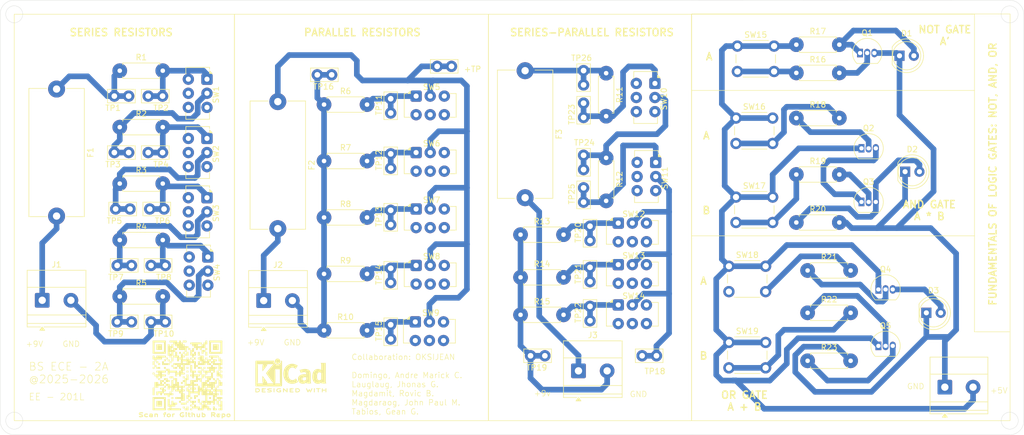
<source format=kicad_pcb>
(kicad_pcb (version 20241229) (generator "pcbnew") (generator_version "9.0")
  (title_block (title "OKSIJEAN Collaboration PCB"))
  (layers (0 "F.Cu" signal) (2 "B.Cu" signal) (13 "F.Paste" user) (15 "B.Paste" user) (5 "F.SilkS" user "F.Silkscreen") (7 "B.SilkS" user "B.Silkscreen") (1 "F.Mask" user) (3 "B.Mask" user) (25 "Edge.Cuts" user))
  (net 0 "")
  (net 1 "Net-(SW1-A)")
  (net 2 "Net-(F1-Pad1)")
  (net 3 "Net-(SW1-B)")
  (net 4 "Net-(SW2-A)")
  (net 5 "Net-(SW2-B)")
  (net 6 "Net-(SW3-A)")
  (net 7 "Net-(SW3-B)")
  (net 8 "Net-(SW4-A)")
  (net 9 "Net-(J1-Pin_2)")
  (net 10 "Net-(SW4-B)")
  (net 11 "Net-(SW5-A)")
  (net 12 "Net-(J2-Pin_2)")
  (net 13 "Net-(SW6-A)")
  (net 14 "Net-(SW7-A)")
  (net 15 "Net-(SW8-A)")
  (net 16 "Net-(SW9-A)")
  (net 17 "Net-(F3-Pad1)")
  (net 18 "Net-(SW10-A)")
  (net 19 "Net-(SW10-B)")
  (net 20 "Net-(SW11-A)")
  (net 21 "Net-(J3-Pin_2)")
  (net 22 "Net-(SW12-A)")
  (net 23 "Net-(SW13-A)")
  (net 24 "Net-(SW14-A)")
  (net 25 "Net-(SW5-B)")
  (net 26 "Net-(SW11-B)")
  (net 27 "Net-(J1-Pin_1)")
  (net 28 "Net-(J2-Pin_1)")
  (net 29 "Net-(J3-Pin_1)")
  (net 30 "Net-(GND1-Pin_2)")
  (net 31 "Net-(Q2-B)")
  (net 32 "Net-(Q2-E)")
  (net 33 "Net-(Q3-B)")
  (net 34 "Net-(Q4-B)")
  (net 35 "Net-(Q1-B)")
  (net 36 "Net-(D1-K)")
  (net 37 "Net-(D2-A)")
  (net 38 "Net-(D3-A)")
  (net 39 "Net-(D1-A)")
  (net 40 "Net-(Q5-B)")
  (net 41 "Net-(R16-Pad1)")
  (net 42 "Net-(R18-Pad2)")
  (net 43 "Net-(R19-Pad1)")
  (net 44 "Net-(R21-Pad2)")
  (net 45 "Net-(R22-Pad2)")
  (footprint "EE_Lab_Footprints:R_Axial_DIN0207_L6.3mm_D2.5mm_P7.62mm_Horizontal_2.00_Diameter" (layer "F.Cu") (at 194.2975 101.39)
    (property "Reference" "R21")
    (property "Value" "10k")
  )
  (footprint "TestPoint:TestPoint_Bridge_Pitch2.54mm_Drill1.0mm" (layer "F.Cu") (at 120.44 70.96 -90)
    (property "Reference" "TP11")
    (property "Value" "TestPoint")
  )
  (footprint "Custom_Resistors:R_Axial_DIN0207_L6.3mm_D2.5mm_P7.62mm_Horizontal_2.00_Diameter" (layer "F.Cu") (at 108.63 112)
    (property "Reference" "R10")
    (property "Value" "4K7")
  )
  (footprint "TerminalBlock_Phoenix:TerminalBlock_Phoenix_MKDS-1,5-2-5.08_1x02_P5.08mm_Horizontal" (layer "F.Cu") (at 97.94 106.73)
    (property "Reference" "J2")
    (property "Value" "Screw_Terminal_01x02")
  )
  (footprint "EE_Lab_Footprints:SW_CK_JS202011CQN_DPDT_Straight_Enhance" (layer "F.Cu") (at 124.94 100.5)
    (property "Reference" "SW8")
    (property "Value" "SW_SPST")
  )
  (footprint "Custom_Resistors:R_Axial_DIN0207_L6.3mm_D2.5mm_P7.62mm_Horizontal_2.00_Diameter" (layer "F.Cu") (at 143.44 95.05)
    (property "Reference" "R13")
    (property "Value" "2.2K")
  )
  (footprint "TestPoint:TestPoint_Bridge_Pitch2.54mm_Drill1.0mm" (layer "F.Cu") (at 154.6075 86.75 -90)
    (property "Reference" "TP25")
    (property "Value" "TestPoint")
  )
  (footprint "TestPoint:TestPoint_Bridge_Pitch2.54mm_Drill1.0mm" (layer "F.Cu") (at 77.98 100.5)
    (property "Reference" "TP8")
    (property "Value" "TestPoint")
  )
  (footprint "TestPoint:TestPoint_Bridge_Pitch2.54mm_Drill1.0mm" (layer "F.Cu") (at 71.98 110.5)
    (property "Reference" "TP9")
    (property "Value" "TestPoint")
  )
  (footprint "LED_THT:LED_D5.0mm" (layer "F.Cu") (at 210.5775 63.35)
    (property "Reference" "D1")
    (property "Value" "LED")
  )
  (footprint "TestPoint:TestPoint_Bridge_Pitch2.54mm_Drill1.0mm" (layer "F.Cu") (at 77.75 90.5)
    (property "Reference" "TP6")
    (property "Value" "TestPoint")
  )
  (footprint "EE_Lab_Footprints:SW_CK_JS202011CQN_DPDT_Straight_Enhance" (layer "F.Cu") (at 124.94 70.5)
    (property "Reference" "SW5")
    (property "Value" "SW_SPST")
  )
  (footprint "LED_THT:LED_D5.0mm" (layer "F.Cu") (at 211.5675 83.89)
    (property "Reference" "D2")
    (property "Value" "LED")
  )
  (footprint "Custom_Resistors:R_Axial_DIN0207_L6.3mm_D2.5mm_P7.62mm_Horizontal_2.00_Diameter" (layer "F.Cu") (at 72.44 106)
    (property "Reference" "R5")
    (property "Value" "4K7")
  )
  (footprint "EE_Lab_Footprints:SW_CK_JS202011CQN_DPDT_Straight_Enhance" (layer "F.Cu") (at 124.94 90.5)
    (property "Reference" "SW7")
    (property "Value" "SW_SPST")
  )
  (footprint "TestPoint:TestPoint_Bridge_Pitch2.54mm_Drill1.0mm" (layer "F.Cu") (at 77.48 70.5)
    (property "Reference" "TP2")
    (property "Value" "TestPoint")
  )
  (footprint "TestPoint:TestPoint_Bridge_Pitch2.54mm_Drill1.0mm" (layer "F.Cu") (at 154.6075 80.98 -90)
    (property "Reference" "TP24")
    (property "Value" "TestPoint")
  )
  (footprint "EE_Lab_Footprints:SW_CK_JS202011CQN_DPDT_Straight_Enhance" (layer "F.Cu") (at 160.75 100.3575)
    (property "Reference" "SW13")
    (property "Value" "SW_SPST")
  )
  (footprint "EE_Lab_Footprints:R_Axial_DIN0207_L6.3mm_D2.5mm_P7.62mm_Horizontal_2.00_Diameter" (layer "F.Cu") (at 192.2975 66.39)
    (property "Reference" "R16")
    (property "Value" "10k")
  )
  (footprint "Fuse:Fuseholder_Cylinder-5x20mm_Schurter_0031_8201_Horizontal_Open" (layer "F.Cu") (at 100.44 71.48 -90)
    (property "Reference" "F2")
    (property "Value" "Fuse")
  )
  (footprint "Button_Switch_THT:SW_PUSH_6mm_H8mm" (layer "F.Cu") (at 181.6075 74.39)
    (property "Reference" "SW16")
    (property "Value" "SW_Push")
  )
  (footprint "EE_Lab_Footprints:R_Axial_DIN0207_L6.3mm_D2.5mm_P7.62mm_Horizontal_2.00_Diameter" (layer "F.Cu") (at 194.2975 108.89)
    (property "Reference" "R22")
    (property "Value" "10k")
  )
  (footprint "EE_Lab_Footprints:SW_CK_JS202011CQN_DPDT_Straight_Enhance" (layer "F.Cu") (at 167.25 68.25 -90)
    (property "Reference" "SW10")
    (property "Value" "SW_SPST")
  )
  (footprint "TestPoint:TestPoint_Bridge_Pitch2.54mm_Drill1.0mm" (layer "F.Cu") (at 128.67 65.23)
    (property "Reference" "TP17" (hide yes))
    (property "Value" "TestPoint")
  )
  (footprint "TestPoint:TestPoint_Bridge_Pitch2.54mm_Drill1.0mm" (layer "F.Cu") (at 120.44 101 -90)
    (property "Reference" "TP14")
    (property "Value" "TestPoint")
  )
  (footprint "Custom_Resistors:R_Axial_DIN0207_L6.3mm_D2.5mm_P7.62mm_Horizontal_2.00_Diameter" (layer "F.Cu") (at 108.63 72)
    (property "Reference" "R6")
    (property "Value" "1K")
  )
  (footprint "TestPoint:TestPoint_Bridge_Pitch2.54mm_Drill1.0mm" (layer "F.Cu") (at 120.44 80.73 -90)
    (property "Reference" "TP12")
    (property "Value" "TestPoint")
  )
  (footprint "Button_Switch_THT:SW_PUSH_6mm_H8mm" (layer "F.Cu") (at 181.6075 88.39)
    (property "Reference" "SW17")
    (property "Value" "SW_Push")
  )
  (footprint "TestPoint:TestPoint_Bridge_Pitch2.54mm_Drill1.0mm" (layer "F.Cu") (at 107.44 66.73)
    (property "Reference" "TP16")
    (property "Value" "TestPoint")
  )
  (footprint "TestPoint:TestPoint_Bridge_Pitch2.54mm_Drill1.0mm" (layer "F.Cu") (at 164.98 116.5)
    (property "Reference" "TP18")
    (property "Value" "TestPoint")
  )
  (footprint "TerminalBlock_Phoenix:TerminalBlock_Phoenix_MKDS-1,5-2-5.08_1x02_P5.08mm_Horizontal" (layer "F.Cu") (at 153.705 119.1725)
    (property "Reference" "J3")
    (property "Value" "Screw_Terminal_01x02")
  )
  (footprint "TestPoint:TestPoint_Bridge_Pitch2.54mm_Drill1.0mm" (layer "F.Cu") (at 77.48 80.5)
    (property "Reference" "TP4")
    (property "Value" "TestPoint")
  )
  (footprint "EE_Lab_Footprints:SW_CK_JS202011CQN_DPDT_Straight_Enhance" (layer "F.Cu") (at 167.3925 82.25 -90)
    (property "Reference" "SW11")
    (property "Value" "SW_SPST")
  )
  (footprint "EE_Lab_Footprints:R_Axial_DIN0207_L6.3mm_D2.5mm_P7.62mm_Horizontal_2.00_Diameter" (layer "F.Cu") (at 192.2975 84.39)
    (property "Reference" "R19")
    (property "Value" "10k")
  )
  (footprint "EE_Lab_Footprints:R_Axial_DIN0207_L6.3mm_D2.5mm_P7.62mm_Horizontal_2.00_Diameter" (layer "F.Cu") (at 192.2975 92.89)
    (property "Reference" "R20")
    (property "Value" "5k")
  )
  (footprint "Custom_Resistors:R_Axial_DIN0207_L6.3mm_D2.5mm_P7.62mm_Horizontal_2.00_Diameter" (layer "F.Cu") (at 143.44 109.25)
    (property "Reference" "R15")
    (property "Value" "4K7")
  )
  (footprint "EE_Lab_Footprints:SW_CK_JS202011CQN_DPDT_Straight_Enhance" (layer "F.Cu") (at 87.8925 78 -90)
    (property "Reference" "SW2")
    (property "Value" "SW_SPST")
  )
  (footprint "QR:qr_v2" (layer "F.Cu") (at 84.44 119.98)
    (property "Reference" "Scan for Github Repo")
    (property "Value" "LOGO" (hide yes))
  )
  (footprint "TestPoint:TestPoint_Bridge_Pitch2.54mm_Drill1.0mm" (layer "F.Cu") (at 154.6075 65.98 -90)
    (property "Reference" "TP26")
    (property "Value" "TestPoint")
  )
  (footprint "Custom_Resistors:R_Axial_DIN0207_L6.3mm_D2.5mm_P7.62mm_Horizontal_2.00_Diameter" (layer "F.Cu") (at 108.63 82)
    (property "Reference" "R7")
    (property "Value" "2K")
  )
  (footprint "TestPoint:TestPoint_Bridge_Pitch2.54mm_Drill1.0mm" (layer "F.Cu") (at 145.21 116.5)
    (property "Reference" "TP19")
    (property "Value" "TestPoint")
  )
  (footprint "Custom_Resistors:R_Axial_DIN0207_L6.3mm_D2.5mm_P7.62mm_Horizontal_2.00_Diameter" (layer "F.Cu") (at 72.44 86)
    (property "Reference" "R3")
    (property "Value" "2.2K")
  )
  (footprint "EE_Lab_Footprints:SW_CK_JS202011CQN_DPDT_Straight_Enhance" (layer "F.Cu") (at 160.75 107.5)
    (property "Reference" "SW14")
    (property "Value" "SW_SPST")
  )
  (footprint "TestPoint:TestPoint_Bridge_Pitch2.54mm_Drill1.0mm" (layer "F.Cu") (at 120.44 90.73 -90)
    (property "Reference" "TP13")
    (property "Value" "TestPoint")
  )
  (footprint "TerminalBlock_Phoenix:TerminalBlock_Phoenix_MKDS-1,5-2-5.08_1x02_P5.08mm_Horizontal" (layer "F.Cu") (at 58.705 106.6725)
    (property "Reference" "J1")
    (property "Value" "Screw_Terminal_01x02")
  )
  (footprint "TestPoint:TestPoint_Bridge_Pitch2.54mm_Drill1.0mm" (layer "F.Cu") (at 155.75 100.8375 -90)
    (property "Reference" "TP21")
    (property "Value" "TestPoint")
  )
  (footprint "TestPoint:TestPoint_Bridge_Pitch2.54mm_Drill1.0mm" (layer "F.Cu") (at 154.6075 71.75 -90)
    (property "Reference" "TP23")
    (property "Value" "TestPoint")
  )
  (footprint "TestPoint:TestPoint_Bridge_Pitch2.54mm_Drill1.0mm" (layer "F.Cu") (at 155.75 93.55 -90)
    (property "Reference" "TP20")
    (property "Value" "TestPoint")
  )
  (footprint "Button_Switch_THT:SW_PUSH_6mm_H8mm" (layer "F.Cu") (at 181.8575 61.64)
    (property "Reference" "SW15")
    (property "Value" "SW_Push")
  )
  (footprint "Symbol:KiCad-Logo2_5mm_SilkScreen" (layer "F.Cu") (at 102.75 119.98)
    (property "Reference" "REF**" (hide yes))
    (property "Value" "KiCad-Logo2_5mm_SilkScreen" (hide yes))
  )
  (footprint "TestPoint:TestPoint_Bridge_Pitch2.54mm_Drill1.0mm" (layer "F.Cu") (at 155.75 107.75 -90)
    (property "Reference" "TP22")
    (property "Value" "TestPoint")
  )
  (footprint "Package_TO_SOT_THT:TO-92_Inline" (layer "F.Cu") (at 203.8375 79.75)
    (property "Reference" "Q2")
    (property "Value" "BC547")
  )
  (footprint "TestPoint:TestPoint_Bridge_Pitch2.54mm_Drill1.0mm" (layer "F.Cu") (at 71.48 80.5)
    (property "Reference" "TP3")
    (property "Value" "TestPoint")
  )
  (footprint "Fuse:Fuseholder_Cylinder-5x20mm_Schurter_0031_8201_Horizontal_Open" (layer "F.Cu") (at 61.25 69.25 -90)
    (property "Reference" "F1")
    (property "Value" "Fuse")
  )
  (footprint "Custom_Resistors:R_Axial_DIN0207_L6.3mm_D2.5mm_P7.62mm_Horizontal_2.00_Diameter" (layer "F.Cu") (at 158.6075 66.44 -90)
    (property "Reference" "R11")
    (property "Value" "1K")
  )
  (footprint "TestPoint:TestPoint_Bridge_Pitch2.54mm_Drill1.0mm" (layer "F.Cu") (at 71.48 70.5)
    (property "Reference" "TP1")
    (property "Value" "TestPoint")
  )
  (footprint "EE_Lab_Footprints:SW_CK_JS202011CQN_DPDT_Straight_Enhance" (layer "F.Cu") (at 124.94 80.5)
    (property "Reference" "SW6")
    (property "Value" "SW_SPST")
  )
  (footprint "EE_Lab_Footprints:SW_CK_JS202011CQN_DPDT_Straight_Enhance" (layer "F.Cu") (at 87.8925 67.5 -90)
    (property "Reference" "SW1")
    (property "Value" "SW_SPST")
  )
  (footprint "Custom_Resistors:R_Axial_DIN0207_L6.3mm_D2.5mm_P7.62mm_Horizontal_2.00_Diameter" (layer "F.Cu") (at 72.44 76)
    (property "Reference" "R2")
    (property "Value" "2K")
  )
  (footprint "Package_TO_SOT_THT:TO-92_Inline" (layer "F.Cu") (at 206.8375 114.75)
    (property "Reference" "Q5")
    (property "Value" "BC547")
  )
  (footprint "Fuse:Fuseholder_Cylinder-5x20mm_Schurter_0031_8201_Horizontal_Open" (layer "F.Cu") (at 144.25 66 -90)
    (property "Reference" "F3")
    (property "Value" "Fuse")
  )
  (footprint "LED_THT:LED_D5.0mm" (layer "F.Cu") (at 215.3325 108.89)
    (property "Reference" "D3")
    (property "Value" "LED")
  )
  (footprint "Button_Switch_THT:SW_PUSH_6mm_H8mm" (layer "F.Cu") (at 180.3575 100.64)
    (property "Reference" "SW18")
    (property "Value" "SW_Push")
  )
  (footprint "Package_TO_SOT_THT:TO-92_Inline" (layer "F.Cu") (at 203.8375 89.25)
    (property "Reference" "Q3")
    (property "Value" "BC547")
  )
  (footprint "TestPoint:TestPoint_Bridge_Pitch2.54mm_Drill1.0mm" (layer "F.Cu") (at 71.71 90.5)
    (property "Reference" "TP5")
    (property "Value" "TestPoint")
  )
  (footprint "TerminalBlock_Phoenix:TerminalBlock_Phoenix_MKDS-1,5-2_1x02_P5.00mm_Horizontal" (layer "F.Cu") (at 218.6075 122.0625)
    (property "Reference" "GND1" (hide yes))
    (property "Value" "+5V")
  )
  (footprint "TestPoint:TestPoint_Bridge_Pitch2.54mm_Drill1.0mm" (layer "F.Cu") (at 120.44 111 -90)
    (property "Reference" "TP15")
    (property "Value" "TestPoint")
  )
  (footprint "EE_Lab_Footprints:R_Axial_DIN0207_L6.3mm_D2.5mm_P7.62mm_Horizontal_2.00_Diameter" (layer "F.Cu") (at 194.2975 117.39)
    (property "Reference" "R23")
    (property "Value" "5k")
  )
  (footprint "Package_TO_SOT_THT:TO-92_Inline" (layer "F.Cu") (at 206.8375 104.75)
    (property "Reference" "Q4")
    (property "Value" "BC547")
  )
  (footprint "Button_Switch_THT:SW_PUSH_6mm_H8mm" (layer "F.Cu") (at 180.3575 114.14)
    (property "Reference" "SW19")
    (property "Value" "SW_Push")
  )
  (footprint "EE_Lab_Footprints:SW_CK_JS202011CQN_DPDT_Straight_Enhance" (layer "F.Cu") (at 160.75 93)
    (property "Reference" "SW12")
    (property "Value" "SW_SPST")
  )
  (footprint "Custom_Resistors:R_Axial_DIN0207_L6.3mm_D2.5mm_P7.62mm_Horizontal_2.00_Diameter" (layer "F.Cu") (at 108.63 102)
    (property "Reference" "R9")
    (property "Value" "3.3K")
  )
  (footprint "Custom_Resistors:R_Axial_DIN0207_L6.3mm_D2.5mm_P7.62mm_Horizontal_2.00_Diameter" (layer "F.Cu") (at 108.63 92)
    (property "Reference" "R8")
    (property "Value" "2.2K")
  )
  (footprint "Custom_Resistors:R_Axial_DIN0207_L6.3mm_D2.5mm_P7.62mm_Horizontal_2.00_Diameter" (layer "F.Cu") (at 72.44 96)
    (property "Reference" "R4")
    (property "Value" "3.3K")
  )
  (footprint "EE_Lab_Footprints:SW_CK_JS202011CQN_DPDT_Straight_Enhance" (layer "F.Cu") (at 88.05 99 -90)
    (property "Reference" "SW4")
    (property "Value" "SW_SPST")
  )
  (footprint "Custom_Resistors:R_Axial_DIN0207_L6.3mm_D2.5mm_P7.62mm_Horizontal_2.00_Diameter" (layer "F.Cu") (at 143.44 102.6075)
    (property "Reference" "R14")
    (property "Value" "3.3K")
  )
  (footprint "Custom_Resistors:R_Axial_DIN0207_L6.3mm_D2.5mm_P7.62mm_Horizontal_2.00_Diameter" (layer "F.Cu") (at 158.6075 81.44 -90)
    (property "Reference" "R12")
    (property "Value" "2K")
  )
  (footprint "EE_Lab_Footprints:SW_CK_JS202011CQN_DPDT_Straight_Enhance" (layer "F.Cu") (at 87.8925 88.5 -90)
    (property "Reference" "SW3")
    (property "Value" "SW_SPST")
  )
  (footprint "TestPoint:TestPoint_Bridge_Pitch2.54mm_Drill1.0mm" (layer "F.Cu") (at 71.98 100.5)
    (property "Reference" "TP7")
    (property "Value" "TestPoint")
  )
  (footprint "Package_TO_SOT_THT:TO-92_Inline" (layer "F.Cu") (at 203.5875 62.87)
    (property "Reference" "Q1")
    (property "Value" "BC547")
  )
  (footprint "EE_Lab_Footprints:SW_CK_JS202011CQN_DPDT_Straight_Enhance" (layer "F.Cu") (at 124.7975 110.5)
    (property "Reference" "SW9")
    (property "Value" "SW_SPST")
  )
  (footprint "TestPoint:TestPoint_Bridge_Pitch2.54mm_Drill1.0mm" (layer "F.Cu") (at 77.98 110.5)
    (property "Reference" "TP10")
    (property "Value" "TestPoint")
  )
  (footprint "EE_Lab_Footprints:R_Axial_DIN0207_L6.3mm_D2.5mm_P7.62mm_Horizontal_2.00_Diameter" (layer "F.Cu") (at 192.2975 61.39)
    (property "Reference" "R17")
    (property "Value" "220")
  )
  (footprint "EE_Lab_Footprints:R_Axial_DIN0207_L6.3mm_D2.5mm_P7.62mm_Horizontal_2.00_Diameter" (layer "F.Cu") (at 192.2975 74.39)
    (property "Reference" "R18")
    (property "Value" "10k")
  )
  (footprint "EE_Lab_Footprints:R_Axial_DIN0207_L6.3mm_D2.5mm_P7.62mm_Horizontal_2.00_Diameter" (layer "F.Cu") (at 72.44 66)
    (property "Reference" "R1")
    (property "Value" "1K")
  )
  (gr_rect (start 53.75 56) (end 92.75 128) (stroke (width 0.1)) (fill no) (layer "F.SilkS"))
  (gr_line (start 223.8575 112.25) (end 230.1075 112.25) (stroke (width 0.1)) (layer "F.SilkS"))
  (gr_line (start 223.8575 69.5) (end 223.8575 95.25) (stroke (width 0.1)) (layer "F.SilkS"))
  (gr_rect (start 92.75 56) (end 137.75 128) (stroke (width 0.1)) (fill no) (layer "F.SilkS"))
  (gr_line (start 223.8575 95.25) (end 223.8575 112.25) (stroke (width 0.1)) (layer "F.SilkS"))
  (gr_rect (start 137.75 56) (end 173.75 128) (stroke (width 0.1)) (fill no) (layer "F.SilkS"))
  (gr_line (start 223.8575 95.25) (end 173.75 95.25) (stroke (width 0.1)) (layer "F.SilkS"))
  (gr_rect (start 173.75 55.95) (end 230.165 128) (stroke (width 0.1)) (fill no) (layer "F.SilkS"))
  (gr_rect (start 173.75 56) (end 223.8575 69.5) (stroke (width 0.1)) (fill no) (layer "F.SilkS"))
  (gr_circle (center 230.1075 128) (end 231.6075 128) (stroke (width 0.05)) (fill no) (layer "Edge.Cuts"))
  (gr_circle (center 53.75 128) (end 52.25 128) (stroke (width 0.05)) (fill no) (layer "Edge.Cuts"))
  (gr_line (start 232.589733 56.0178) (end 232.6075 128) (stroke (width 0.05)) (layer "Edge.Cuts"))
  (gr_line (start 173.75 53.5) (end 230.0897 53.517767) (stroke (width 0.05)) (layer "Edge.Cuts"))
  (gr_line (start 173.75 53.5) (end 53.75 53.5) (stroke (width 0.05)) (layer "Edge.Cuts"))
  (gr_arc (start 51.25 56) (mid 51.982233 54.232233) (end 53.75 53.5) (stroke (width 0.05)) (layer "Edge.Cuts"))
  (gr_arc (start 232.6075 128) (mid 231.875267 129.767767) (end 230.1075 130.5) (stroke (width 0.05)) (layer "Edge.Cuts"))
  (gr_line (start 51.25 56) (end 51.25 128) (stroke (width 0.05)) (layer "Edge.Cuts"))
  (gr_circle (center 230.089733 56.017767) (end 228.589733 56.017767) (stroke (width 0.05)) (fill no) (layer "Edge.Cuts"))
  (gr_arc (start 53.75 130.5) (mid 51.982233 129.767767) (end 51.25 128) (stroke (width 0.05)) (layer "Edge.Cuts"))
  (gr_circle (center 53.75 56) (end 52.25 56) (stroke (width 0.05)) (fill no) (layer "Edge.Cuts"))
  (gr_line (start 230.1075 130.5) (end 173.75 130.5) (stroke (width 0.05)) (layer "Edge.Cuts"))
  (gr_arc (start 230.089733 53.517767) (mid 231.8575 54.25) (end 232.589733 56.017767) (stroke (width 0.05)) (layer "Edge.Cuts"))
  (gr_line (start 53.75 130.5) (end 173.75 130.5) (stroke (width 0.05)) (layer "Edge.Cuts"))
  (gr_text "B" (at 175.8575 116.5 0) (layer "F.SilkS") (effects (font (size 1.3 1.3) (thickness 0.25) (bold yes))))
  (gr_text "SERIES RESISTORS" (at 63.44 59.98 0) (layer "F.SilkS") (effects (font (size 1.3 1.3) (thickness 0.25) (bold yes)) (justify left bottom)))
  (gr_text "GND" (at 162.75 123.8925 0) (layer "F.SilkS") (effects (font (size 1 1) (thickness 0.1)) (justify left bottom)))
  (gr_text "+TP" (at 134.94 65.73 0) (layer "F.SilkS") (effects (font (size 1 1))))
  (gr_text "PARALLEL RESISTORS" (at 104.94 59.98 0) (layer "F.SilkS") (effects (font (size 1.3 1.3) (thickness 0.25) (bold yes)) (justify left bottom)))
  (gr_text "GND" (at 101.44 114.73 0) (layer "F.SilkS") (effects (font (size 1 1) (thickness 0.1)) (justify left bottom)))
  (gr_text "GND" (at 62.25 115 0) (layer "F.SilkS") (effects (font (size 1 1) (thickness 0.1)) (justify left bottom)))
  (gr_text "OR GATE\nA + B" (at 183.1075 124.5 0) (layer "F.SilkS") (effects (font (size 1.3 1.3) (thickness 0.25) (bold yes))))
  (gr_text "+9V" (at 94.94 114.73 0) (layer "F.SilkS") (effects (font (size 1 1) (thickness 0.1)) (justify left bottom)))
  (gr_text "EE - 201L" (at 56.25 124.48 0) (layer "F.SilkS") (effects (font (size 1.2 1.2) (thickness 0.1)) (justify left bottom)))
  (gr_text "FUNDAMENTALS OF LOGIC GATES: NOT, AND, OR" (at 227.8575 107.75 90) (layer "F.SilkS") (effects (font (size 1.3 1.3) (thickness 0.25) (bold yes)) (justify left bottom)))
  (gr_text "+5V" (at 226.6075 123.25 0) (layer "F.SilkS") (effects (font (size 1 1) (thickness 0.1)) (justify left bottom)))
  (gr_text "SERIES-PARALLEL RESISTORS" (at 141.44 59.98 0) (layer "F.SilkS") (effects (font (size 1.3 1.3) (thickness 0.25) (bold yes)) (justify left bottom)))
  (gr_text "B" (at 176.3575 90.75 0) (layer "F.SilkS") (effects (font (size 1.3 1.3) (thickness 0.25) (bold yes))))
  (gr_text "A" (at 175.8575 103.25 0) (layer "F.SilkS") (effects (font (size 1.3 1.3) (thickness 0.25) (bold yes))))
  (gr_text "AND GATE\nA * B" (at 215.8575 90.75 0) (layer "F.SilkS") (effects (font (size 1.3 1.3) (thickness 0.25) (bold yes))))
  (gr_text "A" (at 176.3575 77.5 0) (layer "F.SilkS") (effects (font (size 1.3 1.3) (thickness 0.25) (bold yes))))
  (gr_text "+9v" (at 145.75 123.75 0) (layer "F.SilkS") (effects (font (size 1 1) (thickness 0.1)) (justify left bottom)))
  (gr_text "A" (at 176.8575 63.5 0) (layer "F.SilkS") (effects (font (size 1.3 1.3) (thickness 0.25) (bold yes))))
  (gr_text "NOT GATE\nA'" (at 218.6075 59.75 0) (layer "F.SilkS") (effects (font (size 1.3 1.3) (thickness 0.25) (bold yes))))
  (gr_text "+9V" (at 55.75 115 0) (layer "F.SilkS") (effects (font (size 1 1) (thickness 0.1)) (justify left bottom)))
  (gr_text "GND\n" (at 211.8575 122.5 0) (layer "F.SilkS") (effects (font (size 1 1) (thickness 0.1)) (justify left bottom)))
  (gr_text "Collaboration: OKSIJEAN\n\nDomingo, Andre Marick C.\nLauglaug, Jhonas G. \nMagdamit, Rovic B.\nMagdaraog, John Paul M.\nTabios, Gean G." (at 113.44 126.98 0) (layer "F.SilkS") (effects (font (size 1 1) (thickness 0.1)) (justify left bottom)))
  (gr_text "BS ECE - 2A \n@2025-2026" (at 56.25 121.48 0) (layer "F.SilkS") (effects (font (size 1.4 1.4) (thickness 0.1)) (justify left bottom)))
  (segment (start 87.25 66) (end 80.06 66) (width 1) (layer "B.Cu") (net 1))
  (segment (start 87.8925 66.6425) (end 87.25 66) (width 1) (layer "B.Cu") (net 1))
  (segment (start 80.06 70.46) (end 80.02 70.5) (width 1) (layer "B.Cu") (net 1))
  (segment (start 80.06 66) (end 80.06 70.46) (width 1) (layer "B.Cu") (net 1))
  (segment (start 87.8925 67.5) (end 87.8925 66.6425) (width 1) (layer "B.Cu") (net 1))
  (segment (start 77.48 70.5) (end 80.02 70.5) (width 1) (layer "B.Cu") (net 1))
  (segment (start 63.5 67) (end 61.25 69.25) (width 1) (layer "B.Cu") (net 2))
  (segment (start 71.48 70.5) (end 71.48 66.96) (width 1) (layer "B.Cu") (net 2))
  (segment (start 66.75 67) (end 63.5 67) (width 1) (layer "B.Cu") (net 2))
  (segment (start 71.48 66.96) (end 72.44 66) (width 1) (layer "B.Cu") (net 2))
  (segment (start 70.25 70.5) (end 66.75 67) (width 1) (layer "B.Cu") (net 2))
  (segment (start 71.48 70.5) (end 74.02 70.5) (width 1) (layer "B.Cu") (net 2))
  (segment (start 71.48 70.5) (end 70.25 70.5) (width 1) (layer "B.Cu") (net 2))
  (segment (start 82.75 74.5) (end 81.75 73.5) (width 1) (layer "B.Cu") (net 3))
  (segment (start 81.75 73.5) (end 74.94 73.5) (width 1) (layer "B.Cu") (net 3))
  (segment (start 71.48 79.27) (end 71.48 80.5) (width 1) (layer "B.Cu") (net 3))
  (segment (start 85.25 74.5) (end 82.75 74.5) (width 1) (layer "B.Cu") (net 3))
  (segment (start 72.44 78.31) (end 71.48 79.27) (width 1) (layer "B.Cu") (net 3))
  (segment (start 71.48 80.5) (end 74.02 80.5) (width 1) (layer "B.Cu") (net 3))
  (segment (start 87.8925 70) (end 86.25 71.6425) (width 1) (layer "B.Cu") (net 3))
  (segment (start 74.94 73.5) (end 72.44 76) (width 1) (layer "B.Cu") (net 3))
  (segment (start 86.25 73.5) (end 85.25 74.5) (width 1) (layer "B.Cu") (net 3))
  (segment (start 72.44 76) (end 72.44 78.31) (width 1) (layer "B.Cu") (net 3))
  (segment (start 86.25 71.6425) (end 86.25 73.5) (width 1) (layer "B.Cu") (net 3))
  (segment (start 87.8925 77.6425) (end 86.25 76) (width 1) (layer "B.Cu") (net 4))
  (segment (start 87.8925 78) (end 87.8925 77.6425) (width 1) (layer "B.Cu") (net 4))
  (segment (start 86.25 76) (end 80.06 76) (width 1) (layer "B.Cu") (net 4))
  (segment (start 80.06 80.46) (end 80.02 80.5) (width 1) (layer "B.Cu") (net 4))
  (segment (start 77.48 80.5) (end 80.02 80.5) (width 1) (layer "B.Cu") (net 4))
  (segment (start 80.06 76) (end 80.06 80.46) (width 1) (layer "B.Cu") (net 4))
  (segment (start 71.75 86.69) (end 71.75 87) (width 1) (layer "B.Cu") (net 5))
  (segment (start 86.25 82.1425) (end 86.25 84.5) (width 1) (layer "B.Cu") (net 5))
  (segment (start 72.44 84.31) (end 72.44 86) (width 1) (layer "B.Cu") (net 5))
  (segment (start 82.75 85) (end 81.25 83.5) (width 1) (layer "B.Cu") (net 5))
  (segment (start 87.8925 80.5) (end 86.25 82.1425) (width 1) (layer "B.Cu") (net 5))
  (segment (start 73.25 83.5) (end 72.44 84.31) (width 1) (layer "B.Cu") (net 5))
  (segment (start 71.75 87) (end 71.71 87.04) (width 1) (layer "B.Cu") (net 5))
  (segment (start 71.71 90.5) (end 74.25 90.5) (width 1) (layer "B.Cu") (net 5))
  (segment (start 86.25 84.5) (end 85.75 85) (width 1) (layer "B.Cu") (net 5))
  (segment (start 72.44 86) (end 71.75 86.69) (width 1) (layer "B.Cu") (net 5))
  (segment (start 71.71 87.04) (end 71.71 90.5) (width 1) (layer "B.Cu") (net 5))
  (segment (start 85.75 85) (end 82.75 85) (width 1) (layer "B.Cu") (net 5))
  (segment (start 81.25 83.5) (end 73.25 83.5) (width 1) (layer "B.Cu") (net 5))
  (segment (start 80.06 90.27) (end 80.29 90.5) (width 1) (layer "B.Cu") (net 6))
  (segment (start 77.75 90.5) (end 80.29 90.5) (width 1) (layer "B.Cu") (net 6))
  (segment (start 80.06 86) (end 80.06 90.27) (width 1) (layer "B.Cu") (net 6))
  (segment (start 80.56 86.5) (end 80.06 86) (width 1) (layer "B.Cu") (net 6))
  (segment (start 87.8925 88.1425) (end 86.25 86.5) (width 1) (layer "B.Cu") (net 6))
  (segment (start 87.8925 88.5) (end 87.8925 88.1425) (width 1) (layer "B.Cu") (net 6))
  (segment (start 86.25 86.5) (end 80.56 86.5) (width 1) (layer "B.Cu") (net 6))
  (segment (start 81.25 93.5) (end 73.75 93.5) (width 1) (layer "B.Cu") (net 7))
  (segment (start 87.8925 91) (end 86.25 92.6425) (width 1) (layer "B.Cu") (net 7))
  (segment (start 85.75 95.5) (end 83.25 95.5) (width 1) (layer "B.Cu") (net 7))
  (segment (start 73.75 93.5) (end 72.44 94.81) (width 1) (layer "B.Cu") (net 7))
  (segment (start 72.44 100.04) (end 71.98 100.5) (width 1) (layer "B.Cu") (net 7))
  (segment (start 86.25 95) (end 85.75 95.5) (width 1) (layer "B.Cu") (net 7))
  (segment (start 86.25 92.6425) (end 86.25 95) (width 1) (layer "B.Cu") (net 7))
  (segment (start 83.25 95.5) (end 81.25 93.5) (width 1) (layer "B.Cu") (net 7))
  (segment (start 72.44 96) (end 72.44 100.04) (width 1) (layer "B.Cu") (net 7))
  (segment (start 72.44 94.81) (end 72.44 96) (width 1) (layer "B.Cu") (net 7))
  (segment (start 71.98 100.5) (end 74.52 100.5) (width 1) (layer "B.Cu") (net 7))
  (segment (start 86.75 97) (end 81.06 97) (width 1) (layer "B.Cu") (net 8))
  (segment (start 81.06 97) (end 80.06 96) (width 1) (layer "B.Cu") (net 8))
  (segment (start 80.06 96) (end 80.06 100.04) (width 1) (layer "B.Cu") (net 8))
  (segment (start 88.05 99) (end 88.05 98.3) (width 1) (layer "B.Cu") (net 8))
  (segment (start 88.05 98.3) (end 86.75 97) (width 1) (layer "B.Cu") (net 8))
  (segment (start 80.06 100.04) (end 80.52 100.5) (width 1) (layer "B.Cu") (net 8))
  (segment (start 77.98 100.5) (end 80.52 100.5) (width 1) (layer "B.Cu") (net 8))
  (segment (start 68.25 112.5) (end 69.75 114) (width 1) (layer "B.Cu") (net 9))
  (segment (start 69.75 114) (end 76.75 114) (width 1) (layer "B.Cu") (net 9))
  (segment (start 80.06 110.04) (end 80.52 110.5) (width 1) (layer "B.Cu") (net 9))
  (segment (start 77.98 112.77) (end 77.98 110.5) (width 1) (layer "B.Cu") (net 9))
  (segment (start 68.25 111.1375) (end 68.25 112.5) (width 1) (layer "B.Cu") (net 9))
  (segment (start 76.75 114) (end 77.98 112.77) (width 1) (layer "B.Cu") (net 9))
  (segment (start 63.785 106.6725) (end 68.25 111.1375) (width 1) (layer "B.Cu") (net 9))
  (segment (start 77.98 110.5) (end 80.52 110.5) (width 1) (layer "B.Cu") (net 9))
  (segment (start 80.06 106) (end 80.06 110.04) (width 1) (layer "B.Cu") (net 9))
  (segment (start 83.75 106.5) (end 80.75 103.5) (width 1) (layer "B.Cu") (net 10))
  (segment (start 85.75 106.5) (end 83.75 106.5) (width 1) (layer "B.Cu") (net 10))
  (segment (start 72.44 104.31) (end 72.44 106) (width 1) (layer "B.Cu") (net 10))
  (segment (start 72.44 106) (end 72.44 110.04) (width 1) (layer "B.Cu") (net 10))
  (segment (start 87.25 101.5) (end 86.420911 102.329089) (width 1) (layer "B.Cu") (net 10))
  (segment (start 73.25 103.5) (end 72.44 104.31) (width 1) (layer "B.Cu") (net 10))
  (segment (start 88.05 101.5) (end 87.25 101.5) (width 1) (layer "B.Cu") (net 10))
  (segment (start 86.420911 102.329089) (end 86.420911 105.829089) (width 1) (layer "B.Cu") (net 10))
  (segment (start 80.75 103.5) (end 73.25 103.5) (width 1) (layer "B.Cu") (net 10))
  (segment (start 86.420911 105.829089) (end 85.75 106.5) (width 1) (layer "B.Cu") (net 10))
  (segment (start 71.98 110.5) (end 74.52 110.5) (width 1) (layer "B.Cu") (net 10))
  (segment (start 72.44 110.04) (end 71.98 110.5) (width 1) (layer "B.Cu") (net 10))
  (segment (start 120.44 70.96) (end 120.44 73.5) (width 1) (layer "B.Cu") (net 11))
  (segment (start 124.94 70.5) (end 120.9 70.5) (width 1) (layer "B.Cu") (net 11))
  (segment (start 120.9 70.5) (end 120.44 70.96) (width 1) (layer "B.Cu") (net 11))
  (segment (start 120.44 70.96) (end 117.29 70.96) (width 1) (layer "B.Cu") (net 11))
  (segment (start 117.29 70.96) (end 116.25 72) (width 1) (layer "B.Cu") (net 11))
  (segment (start 107.44 66.73) (end 107.44 70.81) (width 1) (layer "B.Cu") (net 12))
  (segment (start 108.63 102) (end 108.63 112) (width 1) (layer "B.Cu") (net 12))
  (segment (start 105.71 112) (end 108.63 112) (width 1) (layer "B.Cu") (net 12))
  (segment (start 104.44 108.15) (end 104.44 110.73) (width 1) (layer "B.Cu") (net 12))
  (segment (start 103.02 106.73) (end 104.44 108.15) (width 1) (layer "B.Cu") (net 12))
  (segment (start 104.44 110.73) (end 105.71 112) (width 1) (layer "B.Cu") (net 12))
  (segment (start 108.63 102) (end 108.63 92) (width 1) (layer "B.Cu") (net 12))
  (segment (start 109.98 66.73) (end 107.44 66.73) (width 1) (layer "B.Cu") (net 12))
  (segment (start 107.44 70.81) (end 108.63 72) (width 1) (layer "B.Cu") (net 12))
  (segment (start 108.63 82) (end 108.63 92) (width 1) (layer "B.Cu") (net 12))
  (segment (start 108.63 72) (end 108.63 82) (width 1) (layer "B.Cu") (net 12))
  (segment (start 117.52 80.73) (end 116.25 82) (width 1) (layer "B.Cu") (net 13))
  (segment (start 124.94 80.5) (end 120.67 80.5) (width 1) (layer "B.Cu") (net 13))
  (segment (start 120.44 80.73) (end 117.52 80.73) (width 1) (layer "B.Cu") (net 13))
  (segment (start 120.44 80.73) (end 120.44 83.27) (width 1) (layer "B.Cu") (net 13))
  (segment (start 120.67 80.5) (end 120.44 80.73) (width 1) (layer "B.Cu") (net 13))
  (segment (start 120.44 90.73) (end 120.44 93.27) (width 1) (layer "B.Cu") (net 14))
  (segment (start 120.44 90.73) (end 117.52 90.73) (width 1) (layer "B.Cu") (net 14))
  (segment (start 120.67 90.5) (end 120.44 90.73) (width 1) (layer "B.Cu") (net 14))
  (segment (start 117.52 90.73) (end 116.25 92) (width 1) (layer "B.Cu") (net 14))
  (segment (start 124.94 90.5) (end 120.67 90.5) (width 1) (layer "B.Cu") (net 14))
  (segment (start 124.94 100.5) (end 120.94 100.5) (width 1) (layer "B.Cu") (net 15))
  (segment (start 117.25 101) (end 116.25 102) (width 1) (layer "B.Cu") (net 15))
  (segment (start 120.94 100.5) (end 120.44 101) (width 1) (layer "B.Cu") (net 15))
  (segment (start 120.44 101) (end 117.25 101) (width 1) (layer "B.Cu") (net 15))
  (segment (start 120.44 101) (end 120.44 103.54) (width 1) (layer "B.Cu") (net 15))
  (segment (start 117.25 111) (end 116.25 112) (width 1) (layer "B.Cu") (net 16))
  (segment (start 120.94 110.5) (end 120.44 111) (width 1) (layer "B.Cu") (net 16))
  (segment (start 120.44 111) (end 117.25 111) (width 1) (layer "B.Cu") (net 16))
  (segment (start 120.44 111) (end 120.44 113.54) (width 1) (layer "B.Cu") (net 16))
  (segment (start 124.7975 110.5) (end 120.94 110.5) (width 1) (layer "B.Cu") (net 16))
  (segment (start 154.6075 65.98) (end 158.1475 65.98) (width 1) (layer "B.Cu") (net 17))
  (segment (start 144.27 65.98) (end 144.25 66) (width 1) (layer "B.Cu") (net 17))
  (segment (start 154.6075 65.98) (end 154.6075 68.52) (width 1) (layer "B.Cu") (net 17))
  (segment (start 154.6075 65.98) (end 144.27 65.98) (width 1) (layer "B.Cu") (net 17))
  (segment (start 158.1475 65.98) (end 158.6075 66.44) (width 1) (layer "B.Cu") (net 17))
  (segment (start 167.25 68.25) (end 167.25 65.8925) (width 1) (layer "B.Cu") (net 18))
  (segment (start 154.6075 74.29) (end 154.8375 74.06) (width 1) (layer "B.Cu") (net 18))
  (segment (start 161.6075 66.25) (end 161.6075 72.25) (width 1) (layer "B.Cu") (net 18))
  (segment (start 159.7975 74.06) (end 158.6075 74.06) (width 1) (layer "B.Cu") (net 18))
  (segment (start 154.6075 71.75) (end 154.6075 74.29) (width 1) (layer "B.Cu") (net 18))
  (segment (start 154.8375 74.06) (end 158.6075 74.06) (width 1) (layer "B.Cu") (net 18))
  (segment (start 161.6075 72.25) (end 159.7975 74.06) (width 1) (layer "B.Cu") (net 18))
  (segment (start 166.6075 65.25) (end 162.6075 65.25) (width 1) (layer "B.Cu") (net 18))
  (segment (start 162.6075 65.25) (end 161.6075 66.25) (width 1) (layer "B.Cu") (net 18))
  (segment (start 167.25 65.8925) (end 166.6075 65.25) (width 1) (layer "B.Cu") (net 18))
  (segment (start 169.1075 71.25) (end 169.1075 75.75) (width 1) (layer "B.Cu") (net 19))
  (segment (start 168.6075 70.75) (end 169.1075 71.25) (width 1) (layer "B.Cu") (net 19))
  (segment (start 154.6075 80.98) (end 154.6075 83.52) (width 1) (layer "B.Cu") (net 19))
  (segment (start 167.25 70.75) (end 168.6075 70.75) (width 1) (layer "B.Cu") (net 19))
  (segment (start 169.1075 75.75) (end 167.6075 77.25) (width 1) (layer "B.Cu") (net 19))
  (segment (start 158.6075 79.25) (end 158.6075 81.44) (width 1) (layer "B.Cu") (net 19))
  (segment (start 167.6075 77.25) (end 160.6075 77.25) (width 1) (layer "B.Cu") (net 19))
  (segment (start 160.6075 77.25) (end 158.6075 79.25) (width 1) (layer "B.Cu") (net 19))
  (segment (start 158.1475 80.98) (end 158.6075 81.44) (width 1) (layer "B.Cu") (net 19))
  (segment (start 154.6075 80.98) (end 158.1475 80.98) (width 1) (layer "B.Cu") (net 19))
  (segment (start 158.3775 89.29) (end 158.6075 89.06) (width 1) (layer "B.Cu") (net 20))
  (segment (start 154.6075 89.29) (end 158.3775 89.29) (width 1) (layer "B.Cu") (net 20))
  (segment (start 161.6075 79.25) (end 161.6075 86.06) (width 1) (layer "B.Cu") (net 20))
  (segment (start 167.3925 82.25) (end 167.3925 79.535) (width 1) (layer "B.Cu") (net 20))
  (segment (start 154.6075 86.75) (end 154.6075 89.29) (width 1) (layer "B.Cu") (net 20))
  (segment (start 161.6075 86.06) (end 158.6075 89.06) (width 1) (layer "B.Cu") (net 20))
  (segment (start 167.3925 79.535) (end 167.1075 79.25) (width 1) (layer "B.Cu") (net 20))
  (segment (start 167.1075 79.25) (end 161.6075 79.25) (width 1) (layer "B.Cu") (net 20))
  (segment (start 157.75 122.5) (end 147.25 122.5) (width 1) (layer "B.Cu") (net 21))
  (segment (start 145.21 116.5) (end 147.75 116.5) (width 1) (layer "B.Cu") (net 21))
  (segment (start 143.44 114.73) (end 143.44 109.25) (width 1) (layer "B.Cu") (net 21))
  (segment (start 158.785 121.465) (end 157.75 122.5) (width 1) (layer "B.Cu") (net 21))
  (segment (start 143.44 102.6075) (end 143.44 109.25) (width 1) (layer "B.Cu") (net 21))
  (segment (start 145.21 120.46) (end 145.21 116.5) (width 1) (layer "B.Cu") (net 21))
  (segment (start 147.25 122.5) (end 145.21 120.46) (width 1) (layer "B.Cu") (net 21))
  (segment (start 143.44 95.05) (end 143.44 102.6075) (width 1) (layer "B.Cu") (net 21))
  (segment (start 158.785 119.1725) (end 158.785 121.465) (width 1) (layer "B.Cu") (net 21))
  (segment (start 143.44 114.73) (end 145.21 116.5) (width 1) (layer "B.Cu") (net 21))
  (segment (start 155.75 93.55) (end 152.56 93.55) (width 1) (layer "B.Cu") (net 22))
  (segment (start 160.75 93) (end 156.3 93) (width 1) (layer "B.Cu") (net 22))
  (segment (start 152.56 93.55) (end 151.06 95.05) (width 1) (layer "B.Cu") (net 22))
  (segment (start 155.75 93.55) (end 155.75 96.09) (width 1) (layer "B.Cu") (net 22))
  (segment (start 156.3 93) (end 155.75 93.55) (width 1) (layer "B.Cu") (net 22))
  (segment (start 160.75 100.3575) (end 156.23 100.3575) (width 1) (layer "B.Cu") (net 23))
  (segment (start 155.75 100.8375) (end 152.83 100.8375) (width 1) (layer "B.Cu") (net 23))
  (segment (start 156.23 100.3575) (end 155.75 100.8375) (width 1) (layer "B.Cu") (net 23))
  (segment (start 152.83 100.8375) (end 151.06 102.6075) (width 1) (layer "B.Cu") (net 23))
  (segment (start 155.75 100.8375) (end 155.75 103.3775) (width 1) (layer "B.Cu") (net 23))
  (segment (start 155.75 107.75) (end 155.75 110.29) (width 1) (layer "B.Cu") (net 24))
  (segment (start 156 107.5) (end 155.75 107.75) (width 1) (layer "B.Cu") (net 24))
  (segment (start 160.75 107.5) (end 156 107.5) (width 1) (layer "B.Cu") (net 24))
  (segment (start 152.56 107.75) (end 151.06 109.25) (width 1) (layer "B.Cu") (net 24))
  (segment (start 155.75 107.75) (end 152.56 107.75) (width 1) (layer "B.Cu") (net 24))
  (segment (start 133.94 76.73) (end 133.94 68.73) (width 1) (layer "B.Cu") (net 25))
  (segment (start 133.94 104.73) (end 132.44 106.23) (width 1) (layer "B.Cu") (net 25))
  (segment (start 133.94 86.73) (end 133.94 96.73) (width 1) (layer "B.Cu") (net 25))
  (segment (start 128.44 86.73) (end 133.94 86.73) (width 1) (layer "B.Cu") (net 25))
  (segment (start 102.44 63.23) (end 100.44 65.23) (width 1) (layer "B.Cu") (net 25))
  (segment (start 127.44 80.5) (end 127.44 78.23) (width 1) (layer "B.Cu") (net 25))
  (segment (start 132.94 67.73) (end 127.94 67.73) (width 1) (layer "B.Cu") (net 25))
  (segment (start 127.44 78.23) (end 128.94 76.73) (width 1) (layer "B.Cu") (net 25))
  (segment (start 132.44 106.23) (end 128.44 106.23) (width 1) (layer "B.Cu") (net 25))
  (segment (start 113.44 63.23) (end 102.44 63.23) (width 1) (layer "B.Cu") (net 25))
  (segment (start 127.44 70.5) (end 127.44 68.23) (width 1) (layer "B.Cu") (net 25))
  (segment (start 127.44 100.5) (end 127.44 97.73) (width 1) (layer "B.Cu") (net 25))
  (segment (start 133.94 96.73) (end 133.94 104.73) (width 1) (layer "B.Cu") (net 25))
  (segment (start 128.94 76.73) (end 133.94 76.73) (width 1) (layer "B.Cu") (net 25))
  (segment (start 128.44 96.73) (end 133.94 96.73) (width 1) (layer "B.Cu") (net 25))
  (segment (start 114.44 66.73) (end 114.44 64.23) (width 1) (layer "B.Cu") (net 25))
  (segment (start 133.94 76.73) (end 133.94 86.73) (width 1) (layer "B.Cu") (net 25))
  (segment (start 128.67 65.23) (end 125.94 65.23) (width 1) (layer "B.Cu") (net 25))
  (segment (start 127.44 68.23) (end 127.94 67.73) (width 1) (layer "B.Cu") (net 25))
  (segment (start 125.94 65.23) (end 123.44 67.73) (width 1) (layer "B.Cu") (net 25))
  (segment (start 127.2975 107.3725) (end 127.2975 110.5) (width 1) (layer "B.Cu") (net 25))
  (segment (start 128.44 106.23) (end 127.2975 107.3725) (width 1) (layer "B.Cu") (net 25))
  (segment (start 114.44 64.23) (end 113.44 63.23) (width 1) (layer "B.Cu") (net 25))
  (segment (start 115.44 67.73) (end 114.44 66.73) (width 1) (layer "B.Cu") (net 25))
  (segment (start 127.94 67.73) (end 123.44 67.73) (width 1) (layer "B.Cu") (net 25))
  (segment (start 133.94 68.73) (end 132.94 67.73) (width 1) (layer "B.Cu") (net 25))
  (segment (start 127.44 90.5) (end 127.44 87.73) (width 1) (layer "B.Cu") (net 25))
  (segment (start 123.44 67.73) (end 115.44 67.73) (width 1) (layer "B.Cu") (net 25))
  (segment (start 127.44 97.73) (end 128.44 96.73) (width 1) (layer "B.Cu") (net 25))
  (segment (start 100.44 65.23) (end 100.44 71.48) (width 1) (layer "B.Cu") (net 25))
  (segment (start 127.44 87.73) (end 128.44 86.73) (width 1) (layer "B.Cu") (net 25))
  (segment (start 128.67 65.23) (end 131.21 65.23) (width 1) (layer "B.Cu") (net 25))
  (segment (start 163.25 107.5) (end 165.25 105.5) (width 1) (layer "B.Cu") (net 26))
  (segment (start 165.25 91) (end 169.75 91) (width 1) (layer "B.Cu") (net 26))
  (segment (start 167.52 116.5) (end 167.52 114.73) (width 1) (layer "B.Cu") (net 26))
  (segment (start 169.75 98.5) (end 169.75 105.5) (width 1) (layer "B.Cu") (net 26))
  (segment (start 167.3925 84.75) (end 169.75 87.1075) (width 1) (layer "B.Cu") (net 26))
  (segment (start 165.25 105.5) (end 169.75 105.5) (width 1) (layer "B.Cu") (net 26))
  (segment (start 169.75 87.1075) (end 169.75 87.5) (width 1) (layer "B.Cu") (net 26))
  (segment (start 163.25 93) (end 165.25 91) (width 1) (layer "B.Cu") (net 26))
  (segment (start 169.75 105.5) (end 169.75 112.5) (width 1) (layer "B.Cu") (net 26))
  (segment (start 164.98 116.5) (end 167.52 116.5) (width 1) (layer "B.Cu") (net 26))
  (segment (start 167.52 114.73) (end 169.75 112.5) (width 1) (layer "B.Cu") (net 26))
  (segment (start 169.75 91) (end 169.75 98.5) (width 1) (layer "B.Cu") (net 26))
  (segment (start 165.1075 98.5) (end 169.75 98.5) (width 1) (layer "B.Cu") (net 26))
  (segment (start 169.75 87.5) (end 169.75 91) (width 1) (layer "B.Cu") (net 26))
  (segment (start 163.25 100.3575) (end 165.1075 98.5) (width 1) (layer "B.Cu") (net 26))
  (segment (start 61.0775 91.9225) (end 61.25 91.75) (width 1) (layer "B.Cu") (net 27))
  (segment (start 61.25 91.75) (end 61.25 94) (width 1) (layer "B.Cu") (net 27))
  (segment (start 58.705 96.545) (end 58.705 106.6725) (width 1) (layer "B.Cu") (net 27))
  (segment (start 61.25 94) (end 58.705 96.545) (width 1) (layer "B.Cu") (net 27))
  (segment (start 100.44 96.23) (end 97.94 98.73) (width 1) (layer "B.Cu") (net 28))
  (segment (start 100.44 93.98) (end 100.44 96.23) (width 1) (layer "B.Cu") (net 28))
  (segment (start 99.7675 94.6525) (end 100.44 93.98) (width 1) (layer "B.Cu") (net 28))
  (segment (start 97.94 98.73) (end 97.94 106.73) (width 1) (layer "B.Cu") (net 28))
  (segment (start 153.705 116.455) (end 146.75 109.5) (width 1) (layer "B.Cu") (net 29))
  (segment (start 146.75 109.5) (end 146.75 91) (width 1) (layer "B.Cu") (net 29))
  (segment (start 146.75 91) (end 144.25 88.5) (width 1) (layer "B.Cu") (net 29))
  (segment (start 153.705 119.1725) (end 153.705 116.455) (width 1) (layer "B.Cu") (net 29))
  (segment (start 178.1075 116.39) (end 180.3575 114.14) (width 1) (layer "B.Cu") (net 30))
  (segment (start 206.8375 114.75) (end 205.4775 113.39) (width 1) (layer "B.Cu") (net 30))
  (segment (start 188.3575 61.64) (end 192.0475 61.64) (width 1) (layer "B.Cu") (net 30))
  (segment (start 181.6075 74.39) (end 188.1075 74.39) (width 1) (layer "B.Cu") (net 30))
  (segment (start 179.1075 99.39) (end 180.3575 100.64) (width 1) (layer "B.Cu") (net 30))
  (segment (start 180.3575 114.14) (end 178.1075 111.89) (width 1) (layer "B.Cu") (net 30))
  (segment (start 179.6075 76.39) (end 179.6075 86.39) (width 1) (layer "B.Cu") (net 30))
  (segment (start 181.6075 88.39) (end 188.1075 88.39) (width 1) (layer "B.Cu") (net 30))
  (segment (start 178.1075 119.89) (end 178.1075 116.39) (width 1) (layer "B.Cu") (net 30))
  (segment (start 188.1075 84.39) (end 192.7475 79.75) (width 1) (layer "B.Cu") (net 30))
  (segment (start 179.1075 90.89) (end 179.1075 99.39) (width 1) (layer "B.Cu") (net 30))
  (segment (start 202.1075 96.89) (end 206.8375 101.62) (width 1) (layer "B.Cu") (net 30))
  (segment (start 188.1075 88.39) (end 188.1075 84.39) (width 1) (layer "B.Cu") (net 30))
  (segment (start 187.6075 120.89) (end 181.1075 120.89) (width 1) (layer "B.Cu") (net 30))
  (segment (start 180.3575 114.14) (end 186.8575 114.14) (width 1) (layer "B.Cu") (net 30))
  (segment (start 181.6075 88.39) (end 179.1075 90.89) (width 1) (layer "B.Cu") (net 30))
  (segment (start 192.0475 61.64) (end 192.2975 61.39) (width 1) (layer "B.Cu") (net 30))
  (segment (start 223.6075 122.0625) (end 223.6075 124.39) (width 1) (layer "B.Cu") (net 30))
  (segment (start 181.8575 61.64) (end 188.3575 61.64) (width 1) (layer "B.Cu") (net 30))
  (segment (start 190.6075 115.39) (end 190.6075 117.89) (width 1) (layer "B.Cu") (net 30))
  (segment (start 190.6075 117.89) (end 187.6075 120.89) (width 1) (layer "B.Cu") (net 30))
  (segment (start 181.6075 74.39) (end 179.1075 71.89) (width 1) (layer "B.Cu") (net 30))
  (segment (start 192.7475 79.75) (end 203.8375 79.75) (width 1) (layer "B.Cu") (net 30))
  (segment (start 178.1075 111.89) (end 178.1075 102.89) (width 1) (layer "B.Cu") (net 30))
  (segment (start 205.4775 113.39) (end 192.6075 113.39) (width 1) (layer "B.Cu") (net 30))
  (segment (start 181.6075 120.89) (end 181.1075 120.89) (width 1) (layer "B.Cu") (net 30))
  (segment (start 206.8375 101.62) (end 206.8375 104.75) (width 1) (layer "B.Cu") (net 30))
  (segment (start 179.6075 86.39) (end 181.6075 88.39) (width 1) (layer "B.Cu") (net 30))
  (segment (start 222.1075 125.89) (end 186.6075 125.89) (width 1) (layer "B.Cu") (net 30))
  (segment (start 223.6075 124.39) (end 222.1075 125.89) (width 1) (layer "B.Cu") (net 30))
  (segment (start 186.8575 100.64) (end 190.6075 96.89) (width 1) (layer "B.Cu") (net 30))
  (segment (start 179.8575 61.64) (end 181.8575 61.64) (width 1) (layer "B.Cu") (net 30))
  (segment (start 178.1075 102.89) (end 180.3575 100.64) (width 1) (layer "B.Cu") (net 30))
  (segment (start 181.1075 120.89) (end 179.1075 120.89) (width 1) (layer "B.Cu") (net 30))
  (segment (start 179.1075 62.39) (end 179.8575 61.64) (width 1) (layer "B.Cu") (net 30))
  (segment (start 180.3575 100.64) (end 186.8575 100.64) (width 1) (layer "B.Cu") (net 30))
  (segment (start 181.6075 74.39) (end 179.6075 76.39) (width 1) (layer "B.Cu") (net 30))
  (segment (start 190.6075 96.89) (end 202.1075 96.89) (width 1) (layer "B.Cu") (net 30))
  (segment (start 179.1075 62.39) (end 179.1075 71.89) (width 1) (layer "B.Cu") (net 30))
  (segment (start 179.1075 120.89) (end 178.1075 119.89) (width 1) (layer "B.Cu") (net 30))
  (segment (start 186.6075 125.89) (end 181.6075 120.89) (width 1) (layer "B.Cu") (net 30))
  (segment (start 192.6075 113.39) (end 190.6075 115.39) (width 1) (layer "B.Cu") (net 30))
  (segment (start 194.7975 76.89) (end 203.6075 76.89) (width 1) (layer "B.Cu") (net 31))
  (segment (start 203.6075 76.89) (end 205.1075 78.39) (width 1) (layer "B.Cu") (net 31))
  (segment (start 205.1075 78.39) (end 205.1075 79.75) (width 1) (layer "B.Cu") (net 31))
  (segment (start 192.2975 74.39) (end 194.7975 76.89) (width 1) (layer "B.Cu") (net 31))
  (segment (start 203.8375 89.25) (end 202.4775 87.89) (width 1) (layer "B.Cu") (net 32))
  (segment (start 206.3775 81.5) (end 206.3775 79.75) (width 1) (layer "B.Cu") (net 32))
  (segment (start 198.1075 81.89) (end 205.9875 81.89) (width 1) (layer "B.Cu") (net 32))
  (segment (start 202.4775 87.89) (end 199.1075 87.89) (width 1) (layer "B.Cu") (net 32))
  (segment (start 197.1075 82.89) (end 198.1075 81.89) (width 1) (layer "B.Cu") (net 32))
  (segment (start 197.1075 85.89) (end 197.1075 82.89) (width 1) (layer "B.Cu") (net 32))
  (segment (start 205.9875 81.89) (end 206.3775 81.5) (width 1) (layer "B.Cu") (net 32))
  (segment (start 199.1075 87.89) (end 197.1075 85.89) (width 1) (layer "B.Cu") (net 32))
  (segment (start 205.1075 87.741523) (end 205.1075 89.25) (width 1) (layer "B.Cu") (net 33))
  (segment (start 199.9175 84.39) (end 201.755977 84.39) (width 1) (layer "B.Cu") (net 33))
  (segment (start 201.755977 84.39) (end 205.1075 87.741523) (width 1) (layer "B.Cu") (net 33))
  (segment (start 208.1075 106.39) (end 207.6075 106.89) (width 1) (layer "B.Cu") (net 34))
  (segment (start 208.1075 104.75) (end 208.1075 106.39) (width 1) (layer "B.Cu") (net 34))
  (segment (start 196.7975 103.89) (end 194.2975 101.39) (width 1) (layer "B.Cu") (net 34))
  (segment (start 206.6075 106.89) (end 203.6075 103.89) (width 1) (layer "B.Cu") (net 34))
  (segment (start 203.6075 103.89) (end 196.7975 103.89) (width 1) (layer "B.Cu") (net 34))
  (segment (start 207.6075 106.89) (end 206.6075 106.89) (width 1) (layer "B.Cu") (net 34))
  (segment (start 203.0875 66.39) (end 204.8575 64.62) (width 1) (layer "B.Cu") (net 35))
  (segment (start 204.8575 64.62) (end 204.8575 62.87) (width 1) (layer "B.Cu") (net 35))
  (segment (start 199.9175 66.39) (end 203.0875 66.39) (width 1) (layer "B.Cu") (net 35))
  (segment (start 202.1075 93.89) (end 206.6075 93.89) (width 1) (layer "B.Cu") (net 36))
  (segment (start 210.5775 73.86) (end 210.5775 63.35) (width 1) (layer "B.Cu") (net 36))
  (segment (start 192.1075 119.39) (end 195.6075 122.89) (width 1) (layer "B.Cu") (net 36))
  (segment (start 220.6075 98.39) (end 216.1075 93.89) (width 1) (layer "B.Cu") (net 36))
  (segment (start 199.9175 92.89) (end 201.1075 92.89) (width 1) (layer "B.Cu") (net 36))
  (segment (start 216.6075 79.89) (end 210.5775 73.86) (width 1) (layer "B.Cu") (net 36))
  (segment (start 199.4175 114.89) (end 193.6075 114.89) (width 1) (layer "B.Cu") (net 36))
  (segment (start 215.3325 113.165) (end 219.3325 113.165) (width 1) (layer "B.Cu") (net 36))
  (segment (start 210.0975 62.87) (end 210.5775 63.35) (width 1) (layer "B.Cu") (net 36))
  (segment (start 195.6075 122.89) (end 205.6075 122.89) (width 1) (layer "B.Cu") (net 36))
  (segment (start 218.6075 122.0625) (end 218.6075 113.89) (width 1) (layer "B.Cu") (net 36))
  (segment (start 192.1075 116.39) (end 192.1075 119.39) (width 1) (layer "B.Cu") (net 36))
  (segment (start 206.6075 93.89) (end 211.5675 88.93) (width 1) (layer "B.Cu") (net 36))
  (segment (start 220.6075 111.89) (end 220.6075 98.39) (width 1) (layer "B.Cu") (net 36))
  (segment (start 216.6075 87.39) (end 216.6075 79.89) (width 1) (layer "B.Cu") (net 36))
  (segment (start 218.6075 113.89) (end 219.3325 113.165) (width 1) (layer "B.Cu") (net 36))
  (segment (start 215.3325 113.165) (end 215.3325 108.89) (width 1) (layer "B.Cu") (net 36))
  (segment (start 219.3325 113.165) (end 220.6075 111.89) (width 1) (layer "B.Cu") (net 36))
  (segment (start 211.5675 88.93) (end 211.5675 83.89) (width 1) (layer "B.Cu") (net 36))
  (segment (start 206.6075 93.89) (end 210.1075 93.89) (width 1) (layer "B.Cu") (net 36))
  (segment (start 205.6075 122.89) (end 215.3325 113.165) (width 1) (layer "B.Cu") (net 36))
  (segment (start 210.1075 93.89) (end 216.6075 87.39) (width 1) (layer "B.Cu") (net 36))
  (segment (start 216.1075 93.89) (end 210.1075 93.89) (width 1) (layer "B.Cu") (net 36))
  (segment (start 201.1075 92.89) (end 202.1075 93.89) (width 1) (layer "B.Cu") (net 36))
  (segment (start 206.1275 62.87) (end 210.0975 62.87) (width 1) (layer "B.Cu") (net 36))
  (segment (start 201.9175 117.39) (end 199.4175 114.89) (width 1) (layer "B.Cu") (net 36))
  (segment (start 193.6075 114.89) (end 192.1075 116.39) (width 1) (layer "B.Cu") (net 36))
  (segment (start 213.380292 81.89) (end 210.3655 81.89) (width 1) (layer "B.Cu") (net 37))
  (segment (start 206.3775 85.878) (end 206.3775 89.25) (width 1) (layer "B.Cu") (net 37))
  (segment (start 194.7975 90.39) (end 201.6075 90.39) (width 1) (layer "B.Cu") (net 37))
  (segment (start 201.6075 90.39) (end 203.1075 91.89) (width 1) (layer "B.Cu") (net 37))
  (segment (start 210.3655 81.89) (end 206.3775 85.878) (width 1) (layer "B.Cu") (net 37))
  (segment (start 214.1075 82.617208) (end 213.380292 81.89) (width 1) (layer "B.Cu") (net 37))
  (segment (start 192.2975 92.89) (end 194.7975 90.39) (width 1) (layer "B.Cu") (net 37))
  (segment (start 203.1075 91.89) (end 205.4875 91.89) (width 1) (layer "B.Cu") (net 37))
  (segment (start 205.4875 91.89) (end 206.3775 91) (width 1) (layer "B.Cu") (net 37))
  (segment (start 214.1075 83.89) (end 214.1075 82.617208) (width 1) (layer "B.Cu") (net 37))
  (segment (start 206.3775 91) (end 206.3775 89.25) (width 1) (layer "B.Cu") (net 37))
  (segment (start 197.7975 120.89) (end 204.9875 120.89) (width 1) (layer "B.Cu") (net 38))
  (segment (start 215.005292 104.75) (end 217.8725 107.617208) (width 1) (layer "B.Cu") (net 38))
  (segment (start 204.9875 120.89) (end 209.3775 116.5) (width 1) (layer "B.Cu") (net 38))
  (segment (start 209.3775 116.5) (end 209.3775 114.75) (width 1) (layer "B.Cu") (net 38))
  (segment (start 209.3775 104.75) (end 215.005292 104.75) (width 1) (layer "B.Cu") (net 38))
  (segment (start 194.2975 117.39) (end 197.7975 120.89) (width 1) (layer "B.Cu") (net 38))
  (segment (start 217.8725 107.617208) (end 217.8725 108.89) (width 1) (layer "B.Cu") (net 38))
  (segment (start 202.1075 61.39) (end 203.5875 62.87) (width 1) (layer "B.Cu") (net 39))
  (segment (start 213.1175 63.35) (end 213.1175 62.077208) (width 1) (layer "B.Cu") (net 39))
  (segment (start 199.9175 61.39) (end 202.1075 61.39) (width 1) (layer "B.Cu") (net 39))
  (segment (start 209.930292 58.89) (end 202.4175 58.89) (width 1) (layer "B.Cu") (net 39))
  (segment (start 202.4175 58.89) (end 199.9175 61.39) (width 1) (layer "B.Cu") (net 39))
  (segment (start 213.1175 62.077208) (end 209.930292 58.89) (width 1) (layer "B.Cu") (net 39))
  (segment (start 208.1075 110.89) (end 203.1075 105.89) (width 1) (layer "B.Cu") (net 40))
  (segment (start 208.1075 114.75) (end 208.1075 110.89) (width 1) (layer "B.Cu") (net 40))
  (segment (start 197.2975 105.89) (end 194.2975 108.89) (width 1) (layer "B.Cu") (net 40))
  (segment (start 203.1075 105.89) (end 197.2975 105.89) (width 1) (layer "B.Cu") (net 40))
  (segment (start 181.8575 66.14) (end 188.3575 66.14) (width 1) (layer "B.Cu") (net 41))
  (segment (start 188.3575 66.14) (end 192.0475 66.14) (width 1) (layer "B.Cu") (net 41))
  (segment (start 192.0475 66.14) (end 192.2975 66.39) (width 1) (layer "B.Cu") (net 41))
  (segment (start 190.1075 72.89) (end 190.6075 72.39) (width 1) (layer "B.Cu") (net 42))
  (segment (start 190.6075 72.39) (end 197.9175 72.39) (width 1) (layer "B.Cu") (net 42))
  (segment (start 197.9175 72.39) (end 199.9175 74.39) (width 1) (layer "B.Cu") (net 42))
  (segment (start 188.1075 78.89) (end 190.1075 76.89) (width 1) (layer "B.Cu") (net 42))
  (segment (start 181.6075 78.89) (end 188.1075 78.89) (width 1) (layer "B.Cu") (net 42))
  (segment (start 190.1075 76.89) (end 190.1075 72.89) (width 1) (layer "B.Cu") (net 42))
  (segment (start 181.6075 92.89) (end 188.1075 92.89) (width 1) (layer "B.Cu") (net 43))
  (segment (start 192.2975 88.7) (end 188.1075 92.89) (width 1) (layer "B.Cu") (net 43))
  (segment (start 192.2975 84.39) (end 192.2975 88.7) (width 1) (layer "B.Cu") (net 43))
  (segment (start 193.1075 98.89) (end 186.8575 105.14) (width 1) (layer "B.Cu") (net 44))
  (segment (start 199.4175 98.89) (end 193.1075 98.89) (width 1) (layer "B.Cu") (net 44))
  (segment (start 201.9175 101.39) (end 199.4175 98.89) (width 1) (layer "B.Cu") (net 44))
  (segment (start 189.1075 112.89) (end 189.1075 116.39) (width 1) (layer "B.Cu") (net 45))
  (segment (start 198.9175 111.89) (end 190.1075 111.89) (width 1) (layer "B.Cu") (net 45))
  (segment (start 201.9175 108.89) (end 198.9175 111.89) (width 1) (layer "B.Cu") (net 45))
  (segment (start 180.3575 118.64) (end 186.8575 118.64) (width 1) (layer "B.Cu") (net 45))
  (segment (start 189.1075 116.39) (end 186.8575 118.64) (width 1) (layer "B.Cu") (net 45))
  (segment (start 190.1075 111.89) (end 189.1075 112.89) (width 1) (layer "B.Cu") (net 45))
)
</source>
